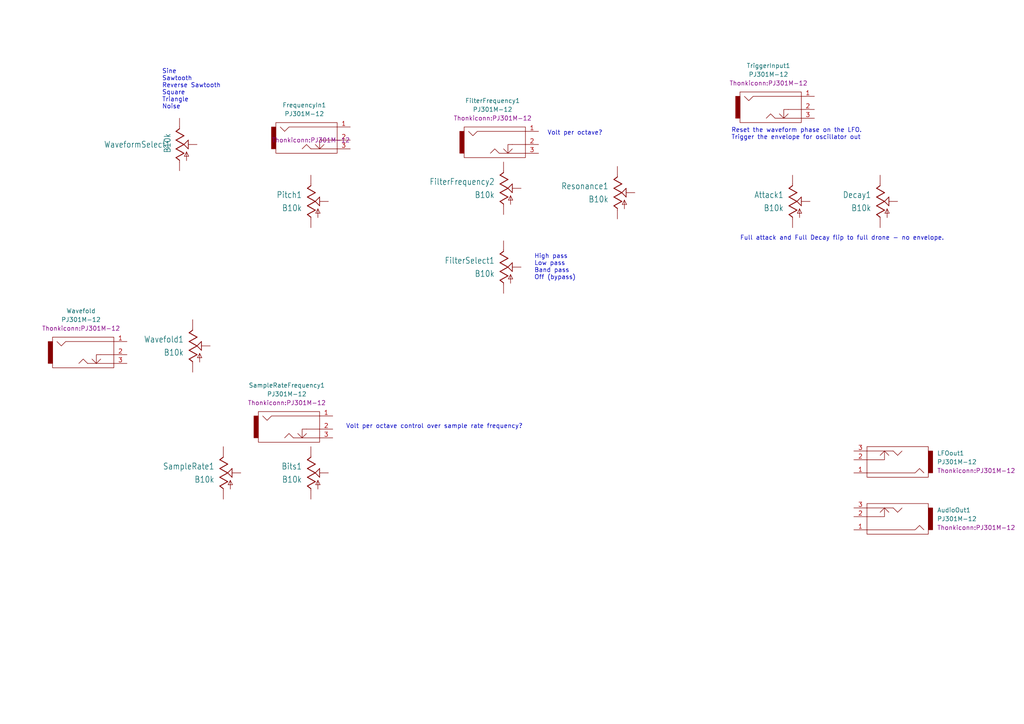
<source format=kicad_sch>
(kicad_sch (version 20230121) (generator eeschema)
  (paper "A4")
  (lib_symbols
    (symbol "US-EVUL Alpha Potentiometer Eurorack:US-EVUL"
      (property "Reference" "R" (at -5.08 -2.54 90))
      (symbol "US-EVUL_1_0"
        (polyline (pts (xy -1.016 -3.81) (xy 1.27 -2.54)) (stroke (width 0.254)))
        (polyline (pts (xy -1.016 -1.27) (xy 1.27 0)) (stroke (width 0.254)))
        (polyline (pts (xy -1.016 1.27) (xy 1.27 2.54)) (stroke (width 0.254)))
        (polyline (pts (xy -1.016 3.81) (xy 0 4.572)) (stroke (width 0.254)))
        (polyline (pts (xy 0 -5.08) (xy 0 -4.572)) (stroke (width 0.1524)))
        (polyline (pts (xy 0 -4.572) (xy -1.016 -3.81)) (stroke (width 0.254)))
        (polyline (pts (xy 0 4.572) (xy 0 5.08)) (stroke (width 0.1524)))
        (polyline (pts (xy 1.27 -2.54) (xy -1.016 -1.27)) (stroke (width 0.254)))
        (polyline (pts (xy 1.27 0) (xy -1.016 1.27)) (stroke (width 0.254)))
        (polyline (pts (xy 1.27 0) (xy 2.54 1.27)) (stroke (width 0.2032)))
        (polyline (pts (xy 1.27 2.54) (xy -1.016 3.81)) (stroke (width 0.254)))
        (polyline (pts (xy 1.397 -3.429) (xy 2.032 -2.159)) (stroke (width 0.1524)))
        (polyline (pts (xy 2.032 -4.699) (xy 2.032 -2.159)) (stroke (width 0.1524)))
        (polyline (pts (xy 2.032 -2.159) (xy 2.667 -3.429)) (stroke (width 0.1524)))
        (polyline (pts (xy 2.54 -1.27) (xy 1.27 0)) (stroke (width 0.2032)))
        (polyline (pts (xy 2.54 1.27) (xy 2.54 -1.27)) (stroke (width 0.2032)))
        (polyline (pts (xy 2.667 -3.429) (xy 1.397 -3.429)) (stroke (width 0.1524)))
        (pin passive line (at 0 -7.62 90) (length 2.54) (name "A") (number "1"))
        (pin passive line (at 5.08 0 180) (length 2.54) (name "S") (number "2"))
        (pin passive line (at 0 7.62 270) (length 2.54) (name "E") (number "3"))
      )
    )
    (symbol "eurocad:PJ301M-12" (pin_names (offset 1.016))
      (property "Reference" "J" (at -8.89 -5.08 0))
      (property "Value" "PJ301M-12" (at -3.81 6.35 0))
      (symbol "PJ301M-12_0_1"
        (rectangle (start -11.43 3.81) (end -10.16 -2.54) (fill (type outline)))
        (polyline (pts (xy 3.81 0) (xy 7.62 0) (xy 7.62 0)))
        (polyline (pts (xy 0 -2.54) (xy -1.27 -1.27) (xy -2.54 -2.54) (xy -2.54 -2.54)))
        (polyline (pts (xy 0 -2.54) (xy 7.62 -2.54) (xy 7.62 -2.54) (xy 7.62 -2.54)))
        (polyline (pts (xy 1.27 -1.27) (xy 2.54 -2.54) (xy 3.81 -1.27) (xy 3.81 -1.27)))
        (polyline (pts (xy 3.81 0) (xy 2.54 0) (xy 2.54 -2.54) (xy 2.54 -2.54)))
        (polyline (pts (xy 7.62 3.81) (xy -6.35 3.81) (xy -7.62 2.54) (xy -8.89 3.81) (xy -8.89 3.81)))
        (rectangle (start 7.62 -3.81) (end -10.16 5.08))
      )
      (symbol "PJ301M-12_1_1"
        (pin passive line (at 11.43 3.81 180) (length 3.81) (name "~") (number "1"))
        (pin passive line (at 11.43 0 180) (length 3.81) (name "~") (number "2"))
        (pin passive line (at 11.43 -2.54 180) (length 3.81) (name "~") (number "3"))
      )
    )
  )
  (text "Volt per octave?" (at 158.75 39.37 0) (effects (font (size 1.27 1.27)) (justify left bottom)))
  (text "Sine\nSawtooth\nReverse Sawtooth\nSquare\nTriangle\nNoise" (at 46.99 31.75 0) (effects (font (size 1.27 1.27)) (justify left bottom)))
  (text "Volt per octave control over sample rate frequency?" (at 100.33 124.46 0) (effects (font (size 1.27 1.27)) (justify left bottom)))
  (text "High pass\nLow pass\nBand pass\nOff (bypass)" (at 154.94 81.28 0) (effects (font (size 1.27 1.27)) (justify left bottom)))
  (text "Reset the waveform phase on the LFO.\nTrigger the envelope for oscillator out" (at 212.09 40.64 0) (effects (font (size 1.27 1.27)) (justify left bottom)))
  (text "Full attack and Full Decay flip to full drone - no envelope." (at 214.63 69.85 0) (effects (font (size 1.27 1.27)) (justify left bottom)))
  (symbol (lib_id "US-EVUL Alpha Potentiometer Eurorack:US-EVUL") (at 255.27 58.42 0) (unit 1)
    (property "Reference" "Decay1" (at 252.73 56.515 0) (effects (font (size 1.778 1.5113)) (justify right)))
    (property "Value" "B10k" (at 252.73 60.325 0) (effects (font (size 1.778 1.5113)) (justify right)))
    (property "Footprint" "Alpha potentiometer eurorack:EVUFXL" (effects hide))
  )
  (symbol (lib_id "eurocad:PJ301M-12") (at 259.08 133.35 180) (unit 1)
    (property "Reference" "LFOout1" (at 271.78 131.445 0) (effects (justify right)))
    (property "Value" "PJ301M-12" (at 271.78 133.985 0) (effects (justify right)))
    (property "Footprint" "Thonkiconn:PJ301M-12" (at 271.78 136.525 0) (effects (justify right)))
  )
  (symbol (lib_id "US-EVUL Alpha Potentiometer Eurorack:US-EVUL") (at 52.07 41.91 0) (unit 1)
    (property "Reference" "WaveformSelect1" (at 49.53 41.91 0) (effects (font (size 1.778 1.5113)) (justify right)))
    (property "Value" "B10k" (at 49.53 44.45 90) (effects (font (size 1.778 1.5113)) (justify left bottom)))
    (property "Footprint" "Alpha potentiometer eurorack:EVUFXL" (effects hide))
  )
  (symbol (lib_id "US-EVUL Alpha Potentiometer Eurorack:US-EVUL") (at 64.77 137.16 0) (unit 1)
    (property "Reference" "SampleRate1" (at 62.23 135.255 0) (effects (font (size 1.778 1.5113)) (justify right)))
    (property "Value" "B10k" (at 62.23 139.065 0) (effects (font (size 1.778 1.5113)) (justify right)))
    (property "Footprint" "Alpha potentiometer eurorack:EVUFXL" (effects hide))
  )
  (symbol (lib_id "eurocad:PJ301M-12") (at 90.17 40.64 0) (unit 1)
    (property "Reference" "FrequencyIn1" (at 88.265 30.48 0))
    (property "Value" "PJ301M-12" (at 88.265 33.02 0))
    (property "Footprint" "Thonkiconn:PJ301M-12" (at 90.17 40.64 0))
  )
  (symbol (lib_id "US-EVUL Alpha Potentiometer Eurorack:US-EVUL") (at 229.87 58.42 0) (unit 1)
    (property "Reference" "Attack1" (at 227.33 56.515 0) (effects (font (size 1.778 1.5113)) (justify right)))
    (property "Value" "B10k" (at 227.33 60.325 0) (effects (font (size 1.778 1.5113)) (justify right)))
    (property "Footprint" "Alpha potentiometer eurorack:EVUFXL" (effects hide))
  )
  (symbol (lib_id "US-EVUL Alpha Potentiometer Eurorack:US-EVUL") (at 146.05 54.61 0) (unit 1)
    (property "Reference" "FilterFrequency2" (at 143.51 52.705 0) (effects (font (size 1.778 1.5113)) (justify right)))
    (property "Value" "B10k" (at 143.51 56.515 0) (effects (font (size 1.778 1.5113)) (justify right)))
    (property "Footprint" "Alpha potentiometer eurorack:EVUFXL" (effects hide))
  )
  (symbol (lib_id "eurocad:PJ301M-12") (at 259.08 149.86 180) (unit 1)
    (property "Reference" "AudioOut1" (at 271.78 147.955 0) (effects (justify right)))
    (property "Value" "PJ301M-12" (at 271.78 150.495 0) (effects (justify right)))
    (property "Footprint" "Thonkiconn:PJ301M-12" (at 271.78 153.035 0) (effects (justify right)))
  )
  (symbol (lib_id "eurocad:PJ301M-12") (at 85.09 124.46 0) (unit 1)
    (property "Reference" "SampleRateFrequency1" (at 83.185 111.76 0))
    (property "Value" "PJ301M-12" (at 83.185 114.3 0))
    (property "Footprint" "Thonkiconn:PJ301M-12" (at 83.185 116.84 0))
  )
  (symbol (lib_id "eurocad:PJ301M-12") (at 25.4 102.87 0) (unit 1)
    (property "Reference" "Wavefold" (at 23.495 90.17 0))
    (property "Value" "PJ301M-12" (at 23.495 92.71 0))
    (property "Footprint" "Thonkiconn:PJ301M-12" (at 23.495 95.25 0))
  )
  (symbol (lib_id "US-EVUL Alpha Potentiometer Eurorack:US-EVUL") (at 146.05 77.47 0) (unit 1)
    (property "Reference" "FilterSelect1" (at 143.51 75.565 0) (effects (font (size 1.778 1.5113)) (justify right)))
    (property "Value" "B10k" (at 143.51 79.375 0) (effects (font (size 1.778 1.5113)) (justify right)))
    (property "Footprint" "Alpha potentiometer eurorack:EVUFXL" (effects hide))
  )
  (symbol (lib_id "US-EVUL Alpha Potentiometer Eurorack:US-EVUL") (at 55.88 100.33 0) (unit 1)
    (property "Reference" "Wavefold1" (at 53.34 98.425 0) (effects (font (size 1.778 1.5113)) (justify right)))
    (property "Value" "B10k" (at 53.34 102.235 0) (effects (font (size 1.778 1.5113)) (justify right)))
    (property "Footprint" "Alpha potentiometer eurorack:EVUFXL" (effects hide))
  )
  (symbol (lib_id "US-EVUL Alpha Potentiometer Eurorack:US-EVUL") (at 90.17 58.42 0) (unit 1)
    (property "Reference" "Pitch1" (at 87.63 56.515 0) (effects (font (size 1.778 1.5113)) (justify right)))
    (property "Value" "B10k" (at 87.63 60.325 0) (effects (font (size 1.778 1.5113)) (justify right)))
    (property "Footprint" "Alpha potentiometer eurorack:EVUFXL" (effects hide))
  )
  (symbol (lib_id "US-EVUL Alpha Potentiometer Eurorack:US-EVUL") (at 90.17 137.16 0) (unit 1)
    (property "Reference" "Bits1" (at 87.63 135.255 0) (effects (font (size 1.778 1.5113)) (justify right)))
    (property "Value" "B10k" (at 87.63 139.065 0) (effects (font (size 1.778 1.5113)) (justify right)))
    (property "Footprint" "Alpha potentiometer eurorack:EVUFXL" (effects hide))
  )
  (symbol (lib_id "eurocad:PJ301M-12") (at 224.79 31.75 0) (unit 1)
    (property "Reference" "TriggerInput1" (at 222.885 19.05 0))
    (property "Value" "PJ301M-12" (at 222.885 21.59 0))
    (property "Footprint" "Thonkiconn:PJ301M-12" (at 222.885 24.13 0))
  )
  (symbol (lib_id "US-EVUL Alpha Potentiometer Eurorack:US-EVUL") (at 179.07 55.88 0) (unit 1)
    (property "Reference" "Resonance1" (at 176.53 53.975 0) (effects (font (size 1.778 1.5113)) (justify right)))
    (property "Value" "B10k" (at 176.53 57.785 0) (effects (font (size 1.778 1.5113)) (justify right)))
    (property "Footprint" "Alpha potentiometer eurorack:EVUFXL" (effects hide))
  )
  (symbol (lib_id "eurocad:PJ301M-12") (at 144.78 41.91 0) (unit 1)
    (property "Reference" "FilterFrequency1" (at 142.875 29.21 0))
    (property "Value" "PJ301M-12" (at 142.875 31.75 0))
    (property "Footprint" "Thonkiconn:PJ301M-12" (at 142.875 34.29 0))
  )
)
</source>
